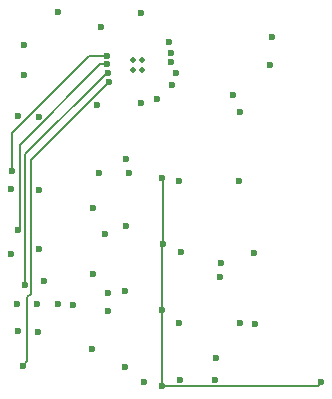
<source format=gbr>
%TF.GenerationSoftware,KiCad,Pcbnew,9.0.4*%
%TF.CreationDate,2025-11-03T10:18:42-05:00*%
%TF.ProjectId,Perpetuality,50657270-6574-4756-916c-6974792e6b69,rev?*%
%TF.SameCoordinates,Original*%
%TF.FileFunction,Copper,L4,Inr*%
%TF.FilePolarity,Positive*%
%FSLAX46Y46*%
G04 Gerber Fmt 4.6, Leading zero omitted, Abs format (unit mm)*
G04 Created by KiCad (PCBNEW 9.0.4) date 2025-11-03 10:18:42*
%MOMM*%
%LPD*%
G01*
G04 APERTURE LIST*
%TA.AperFunction,ComponentPad*%
%ADD10C,0.508000*%
%TD*%
%TA.AperFunction,ViaPad*%
%ADD11C,0.600000*%
%TD*%
%TA.AperFunction,Conductor*%
%ADD12C,0.200000*%
%TD*%
G04 APERTURE END LIST*
D10*
%TO.N,*%
%TO.C,U7*%
X65318889Y-69938699D03*
X64531489Y-69938699D03*
X64531489Y-69151299D03*
%TO.N,N/C*%
X65318889Y-69151299D03*
%TD*%
D11*
%TO.N,A0*%
X58200000Y-65100000D03*
%TO.N,3V3*%
X56450000Y-89800000D03*
X73000000Y-72050000D03*
%TO.N,GND*%
X56587500Y-80120000D03*
X56587500Y-85145000D03*
X63937500Y-77545000D03*
X54250000Y-80050000D03*
X63837500Y-95120000D03*
X71500000Y-96195000D03*
X56587500Y-73945000D03*
X63950000Y-83220000D03*
X73475000Y-79395000D03*
X61037500Y-93620000D03*
X61500000Y-72900000D03*
X74800000Y-85500000D03*
X54775000Y-73845000D03*
X56487500Y-92120000D03*
X54775000Y-92045000D03*
X61137500Y-81620000D03*
X68475000Y-91370000D03*
X54250000Y-85545000D03*
X73575000Y-91370000D03*
X63875000Y-88700000D03*
X68575000Y-85395000D03*
X61137500Y-87220000D03*
X68475000Y-79395000D03*
X68512500Y-96195000D03*
%TO.N,1V8*%
X72000000Y-86300000D03*
X62412500Y-88812500D03*
X67600000Y-67575000D03*
%TO.N,/EMG2/EMG_OUT*%
X54800000Y-83550000D03*
X62300000Y-69500000D03*
%TO.N,FSYNC*%
X74900000Y-91500000D03*
X62150000Y-83850000D03*
%TO.N,SCL*%
X64200000Y-78700000D03*
X61700000Y-78700000D03*
X68150000Y-70200000D03*
%TO.N,EN*%
X73600000Y-73500000D03*
X59500000Y-89900000D03*
%TO.N,SDA*%
X67800000Y-71200000D03*
%TO.N,5V*%
X76300000Y-67200000D03*
%TO.N,/EMG1/EMG_OUT*%
X54300000Y-78500000D03*
X62300000Y-68794998D03*
%TO.N,/EMG3/EMG_OUT*%
X55400000Y-88200000D03*
X62400000Y-70200000D03*
%TO.N,/EMG4/EMG_OUT*%
X55220000Y-95020000D03*
X62500000Y-71000000D03*
%TO.N,REF*%
X67075000Y-84745000D03*
X66975000Y-79145000D03*
X66975000Y-90325000D03*
X80462500Y-96420000D03*
X66975000Y-96720000D03*
%TO.N,\u002ARESET*%
X67750000Y-68500000D03*
%TO.N,\u002AINT*%
X67794999Y-69294999D03*
%TO.N,A0*%
X66600000Y-72400000D03*
%TO.N,GNDD*%
X76163500Y-69520000D03*
X55300000Y-67815000D03*
X65500000Y-96400000D03*
X61800000Y-66300000D03*
X55300000Y-70355000D03*
X62400000Y-90375000D03*
X54725000Y-89800000D03*
X57000000Y-87800000D03*
X65175000Y-65145000D03*
X65175252Y-72724748D03*
X58162500Y-89800000D03*
X71600000Y-94375000D03*
X71900000Y-87500000D03*
%TD*%
D12*
%TO.N,/EMG4/EMG_OUT*%
X55220000Y-95020000D02*
X55600000Y-94640000D01*
X55600000Y-94640000D02*
X55600000Y-89200000D01*
X55600000Y-89200000D02*
X55900000Y-88900000D01*
X55900000Y-88900000D02*
X55900000Y-77600000D01*
X55900000Y-77600000D02*
X62500000Y-71000000D01*
%TO.N,/EMG2/EMG_OUT*%
X54950000Y-83550000D02*
X54950000Y-76300000D01*
X54800000Y-83550000D02*
X54950000Y-83550000D01*
X61750000Y-69500000D02*
X62300000Y-69500000D01*
X54950000Y-76300000D02*
X61750000Y-69500000D01*
%TO.N,/EMG1/EMG_OUT*%
X54300000Y-75300000D02*
X60805002Y-68794998D01*
X54300000Y-78500000D02*
X54300000Y-75300000D01*
X60805002Y-68794998D02*
X62300000Y-68794998D01*
%TO.N,/EMG3/EMG_OUT*%
X62300000Y-70200000D02*
X62400000Y-70200000D01*
X55400000Y-77100000D02*
X62300000Y-70200000D01*
X55400000Y-88200000D02*
X55400000Y-77100000D01*
%TO.N,REF*%
X66975000Y-84845000D02*
X67075000Y-84745000D01*
X67075000Y-84745000D02*
X67075000Y-79245000D01*
X66975000Y-96720000D02*
X66975000Y-90325000D01*
X66975000Y-90325000D02*
X66975000Y-84845000D01*
X67075000Y-79245000D02*
X66975000Y-79145000D01*
X80462500Y-96420000D02*
X80162500Y-96720000D01*
X80162500Y-96720000D02*
X66975000Y-96720000D01*
%TD*%
M02*

</source>
